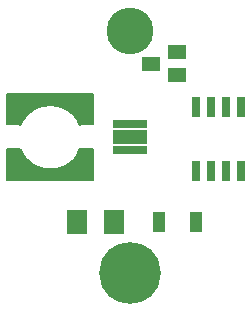
<source format=gts>
G75*
%MOIN*%
%OFA0B0*%
%FSLAX25Y25*%
%IPPOS*%
%LPD*%
%AMOC8*
5,1,8,0,0,1.08239X$1,22.5*
%
%ADD10R,0.05600X0.05600*%
%ADD11C,0.00500*%
%ADD12C,0.00160*%
%ADD13R,0.11624X0.02765*%
%ADD14R,0.11624X0.04537*%
%ADD15R,0.06112X0.04537*%
%ADD16R,0.04143X0.06899*%
%ADD17R,0.02765X0.06506*%
%ADD18R,0.06899X0.08080*%
%ADD19C,0.15600*%
%ADD20C,0.20600*%
D10*
X0113162Y0047189D03*
X0113162Y0070811D03*
D11*
X0086981Y0054866D02*
X0086981Y0044630D01*
X0115721Y0044630D01*
X0115721Y0054866D01*
X0111194Y0054866D01*
X0110872Y0053583D01*
X0110344Y0052371D01*
X0109624Y0051261D01*
X0108732Y0050284D01*
X0107692Y0049467D01*
X0106532Y0048832D01*
X0105283Y0048396D01*
X0103980Y0048170D01*
X0102657Y0048162D01*
X0101351Y0048370D01*
X0100053Y0048209D01*
X0098745Y0048253D01*
X0097460Y0048501D01*
X0096230Y0048947D01*
X0095085Y0049580D01*
X0094053Y0050384D01*
X0093159Y0051340D01*
X0092426Y0052424D01*
X0091871Y0053609D01*
X0091509Y0054866D01*
X0086981Y0054866D01*
X0086981Y0054841D02*
X0091516Y0054841D01*
X0091660Y0054342D02*
X0086981Y0054342D01*
X0086981Y0053844D02*
X0091803Y0053844D01*
X0091995Y0053345D02*
X0086981Y0053345D01*
X0086981Y0052847D02*
X0092228Y0052847D01*
X0092477Y0052348D02*
X0086981Y0052348D01*
X0086981Y0051850D02*
X0092814Y0051850D01*
X0093151Y0051351D02*
X0086981Y0051351D01*
X0086981Y0050853D02*
X0093614Y0050853D01*
X0094091Y0050354D02*
X0086981Y0050354D01*
X0086981Y0049856D02*
X0094731Y0049856D01*
X0095488Y0049357D02*
X0086981Y0049357D01*
X0086981Y0048859D02*
X0096473Y0048859D01*
X0098190Y0048360D02*
X0086981Y0048360D01*
X0086981Y0047862D02*
X0115721Y0047862D01*
X0115721Y0048360D02*
X0105076Y0048360D01*
X0106580Y0048859D02*
X0115721Y0048859D01*
X0115721Y0049357D02*
X0107490Y0049357D01*
X0108186Y0049856D02*
X0115721Y0049856D01*
X0115721Y0050354D02*
X0108796Y0050354D01*
X0109251Y0050853D02*
X0115721Y0050853D01*
X0115721Y0051351D02*
X0109683Y0051351D01*
X0110006Y0051850D02*
X0115721Y0051850D01*
X0115721Y0052348D02*
X0110329Y0052348D01*
X0110551Y0052847D02*
X0115721Y0052847D01*
X0115721Y0053345D02*
X0110768Y0053345D01*
X0110937Y0053844D02*
X0115721Y0053844D01*
X0115721Y0054342D02*
X0111062Y0054342D01*
X0111188Y0054841D02*
X0115721Y0054841D01*
X0115721Y0047363D02*
X0086981Y0047363D01*
X0086981Y0046865D02*
X0115721Y0046865D01*
X0115721Y0046366D02*
X0086981Y0046366D01*
X0086981Y0045868D02*
X0115721Y0045868D01*
X0115721Y0045369D02*
X0086981Y0045369D01*
X0086981Y0044870D02*
X0115721Y0044870D01*
X0101414Y0048360D02*
X0101271Y0048360D01*
X0091509Y0063134D02*
X0086981Y0063134D01*
X0086981Y0073370D01*
X0115721Y0073370D01*
X0115721Y0063134D01*
X0111194Y0063134D01*
X0110832Y0064391D01*
X0110277Y0065576D01*
X0109544Y0066660D01*
X0108650Y0067616D01*
X0107618Y0068420D01*
X0106473Y0069053D01*
X0105243Y0069499D01*
X0103958Y0069747D01*
X0102650Y0069791D01*
X0101351Y0069630D01*
X0100045Y0069838D01*
X0098723Y0069830D01*
X0097419Y0069604D01*
X0096171Y0069168D01*
X0095011Y0068533D01*
X0093971Y0067716D01*
X0093078Y0066739D01*
X0092359Y0065629D01*
X0091831Y0064417D01*
X0091509Y0063134D01*
X0091554Y0063315D02*
X0086981Y0063315D01*
X0086981Y0063814D02*
X0091680Y0063814D01*
X0091805Y0064312D02*
X0086981Y0064312D01*
X0086981Y0064811D02*
X0092002Y0064811D01*
X0092219Y0065309D02*
X0086981Y0065309D01*
X0086981Y0065808D02*
X0092475Y0065808D01*
X0092798Y0066306D02*
X0086981Y0066306D01*
X0086981Y0066805D02*
X0093139Y0066805D01*
X0093594Y0067303D02*
X0086981Y0067303D01*
X0086981Y0067802D02*
X0094081Y0067802D01*
X0094715Y0068301D02*
X0086981Y0068301D01*
X0086981Y0068799D02*
X0095497Y0068799D01*
X0096542Y0069298D02*
X0086981Y0069298D01*
X0086981Y0069796D02*
X0098529Y0069796D01*
X0100310Y0069796D02*
X0115721Y0069796D01*
X0115721Y0069298D02*
X0105799Y0069298D01*
X0106933Y0068799D02*
X0115721Y0068799D01*
X0115721Y0068301D02*
X0107772Y0068301D01*
X0108412Y0067802D02*
X0115721Y0067802D01*
X0115721Y0067303D02*
X0108942Y0067303D01*
X0109409Y0066805D02*
X0115721Y0066805D01*
X0115721Y0066306D02*
X0109783Y0066306D01*
X0110120Y0065808D02*
X0115721Y0065808D01*
X0115721Y0065309D02*
X0110402Y0065309D01*
X0110635Y0064811D02*
X0115721Y0064811D01*
X0115721Y0064312D02*
X0110854Y0064312D01*
X0110998Y0063814D02*
X0115721Y0063814D01*
X0115721Y0063315D02*
X0111142Y0063315D01*
X0115721Y0070295D02*
X0086981Y0070295D01*
X0086981Y0070793D02*
X0115721Y0070793D01*
X0115721Y0071292D02*
X0086981Y0071292D01*
X0086981Y0071790D02*
X0115721Y0071790D01*
X0115721Y0072289D02*
X0086981Y0072289D01*
X0086981Y0072787D02*
X0115721Y0072787D01*
X0115721Y0073286D02*
X0086981Y0073286D01*
D12*
X0090247Y0054357D02*
X0091574Y0054915D01*
X0091679Y0054677D01*
X0091791Y0054442D01*
X0091907Y0054210D01*
X0092030Y0053981D01*
X0092158Y0053755D01*
X0092292Y0053532D01*
X0092431Y0053312D01*
X0092575Y0053096D01*
X0092725Y0052883D01*
X0092879Y0052674D01*
X0093039Y0052469D01*
X0093204Y0052268D01*
X0093373Y0052071D01*
X0093547Y0051878D01*
X0093726Y0051690D01*
X0093910Y0051506D01*
X0094098Y0051326D01*
X0094290Y0051151D01*
X0094487Y0050981D01*
X0094687Y0050816D01*
X0094892Y0050655D01*
X0095100Y0050500D01*
X0095312Y0050350D01*
X0095528Y0050204D01*
X0095747Y0050065D01*
X0095969Y0049930D01*
X0096195Y0049802D01*
X0096424Y0049678D01*
X0096656Y0049560D01*
X0096890Y0049448D01*
X0097127Y0049342D01*
X0097367Y0049242D01*
X0097609Y0049147D01*
X0097854Y0049058D01*
X0098100Y0048976D01*
X0098348Y0048899D01*
X0098599Y0048829D01*
X0098850Y0048764D01*
X0099104Y0048706D01*
X0099358Y0048654D01*
X0099614Y0048608D01*
X0099871Y0048568D01*
X0100129Y0048535D01*
X0100388Y0048508D01*
X0100647Y0048487D01*
X0100906Y0048473D01*
X0101166Y0048465D01*
X0101426Y0048463D01*
X0101686Y0048468D01*
X0101945Y0048479D01*
X0102205Y0048496D01*
X0102464Y0048520D01*
X0102722Y0048550D01*
X0102979Y0048586D01*
X0103236Y0048628D01*
X0103491Y0048677D01*
X0103745Y0048732D01*
X0103998Y0048793D01*
X0104249Y0048860D01*
X0104498Y0048934D01*
X0104746Y0049013D01*
X0104991Y0049099D01*
X0105234Y0049190D01*
X0105476Y0049287D01*
X0105714Y0049390D01*
X0105950Y0049499D01*
X0106183Y0049614D01*
X0106414Y0049734D01*
X0106641Y0049860D01*
X0106865Y0049992D01*
X0107086Y0050128D01*
X0107304Y0050271D01*
X0107518Y0050418D01*
X0107728Y0050571D01*
X0107935Y0050728D01*
X0108138Y0050891D01*
X0108336Y0051059D01*
X0108531Y0051231D01*
X0108721Y0051408D01*
X0108907Y0051590D01*
X0109089Y0051776D01*
X0109265Y0051967D01*
X0109438Y0052161D01*
X0109605Y0052360D01*
X0109767Y0052563D01*
X0109925Y0052770D01*
X0110077Y0052981D01*
X0110224Y0053195D01*
X0110366Y0053413D01*
X0110502Y0053634D01*
X0110634Y0053858D01*
X0110759Y0054086D01*
X0110879Y0054317D01*
X0110993Y0054550D01*
X0111102Y0054786D01*
X0111205Y0055025D01*
X0112538Y0054482D01*
X0112422Y0054210D01*
X0112299Y0053942D01*
X0112169Y0053677D01*
X0112033Y0053415D01*
X0111891Y0053156D01*
X0111742Y0052901D01*
X0111587Y0052649D01*
X0111426Y0052402D01*
X0111259Y0052158D01*
X0111086Y0051919D01*
X0110908Y0051684D01*
X0110723Y0051453D01*
X0110533Y0051227D01*
X0110338Y0051006D01*
X0110137Y0050789D01*
X0109931Y0050578D01*
X0109720Y0050371D01*
X0109504Y0050170D01*
X0109283Y0049974D01*
X0109058Y0049783D01*
X0108828Y0049598D01*
X0108593Y0049419D01*
X0108354Y0049246D01*
X0108111Y0049078D01*
X0107864Y0048916D01*
X0107613Y0048761D01*
X0107358Y0048611D01*
X0107100Y0048468D01*
X0106838Y0048331D01*
X0106573Y0048201D01*
X0106305Y0048077D01*
X0106034Y0047960D01*
X0105760Y0047849D01*
X0105484Y0047745D01*
X0105205Y0047648D01*
X0104924Y0047558D01*
X0104641Y0047475D01*
X0104356Y0047398D01*
X0104069Y0047329D01*
X0103780Y0047266D01*
X0103490Y0047211D01*
X0103199Y0047163D01*
X0102906Y0047121D01*
X0102613Y0047087D01*
X0102319Y0047061D01*
X0102024Y0047041D01*
X0101729Y0047028D01*
X0101434Y0047023D01*
X0101139Y0047025D01*
X0100844Y0047034D01*
X0100549Y0047051D01*
X0100254Y0047074D01*
X0099961Y0047105D01*
X0099668Y0047143D01*
X0099376Y0047188D01*
X0099085Y0047240D01*
X0098796Y0047299D01*
X0098508Y0047365D01*
X0098222Y0047439D01*
X0097938Y0047519D01*
X0097656Y0047606D01*
X0097376Y0047700D01*
X0097099Y0047801D01*
X0096824Y0047908D01*
X0096551Y0048022D01*
X0096282Y0048143D01*
X0096015Y0048271D01*
X0095752Y0048404D01*
X0095492Y0048545D01*
X0095236Y0048691D01*
X0094983Y0048844D01*
X0094734Y0049003D01*
X0094489Y0049168D01*
X0094249Y0049338D01*
X0094012Y0049515D01*
X0093780Y0049697D01*
X0093552Y0049885D01*
X0093329Y0050079D01*
X0093111Y0050278D01*
X0092897Y0050482D01*
X0092689Y0050691D01*
X0092486Y0050905D01*
X0092288Y0051125D01*
X0092096Y0051349D01*
X0091909Y0051577D01*
X0091727Y0051810D01*
X0091552Y0052048D01*
X0091382Y0052289D01*
X0091218Y0052535D01*
X0091061Y0052785D01*
X0090909Y0053038D01*
X0090764Y0053295D01*
X0090625Y0053556D01*
X0090492Y0053819D01*
X0090366Y0054086D01*
X0090246Y0054356D01*
X0090386Y0054415D01*
X0090504Y0054148D01*
X0090628Y0053885D01*
X0090759Y0053624D01*
X0090897Y0053367D01*
X0091040Y0053113D01*
X0091190Y0052863D01*
X0091345Y0052616D01*
X0091507Y0052374D01*
X0091675Y0052135D01*
X0091848Y0051901D01*
X0092027Y0051671D01*
X0092212Y0051445D01*
X0092402Y0051224D01*
X0092597Y0051007D01*
X0092798Y0050796D01*
X0093003Y0050589D01*
X0093214Y0050388D01*
X0093430Y0050191D01*
X0093650Y0050000D01*
X0093875Y0049815D01*
X0094104Y0049635D01*
X0094338Y0049460D01*
X0094576Y0049292D01*
X0094818Y0049129D01*
X0095063Y0048972D01*
X0095313Y0048821D01*
X0095566Y0048676D01*
X0095823Y0048538D01*
X0096083Y0048406D01*
X0096346Y0048280D01*
X0096612Y0048161D01*
X0096881Y0048048D01*
X0097152Y0047942D01*
X0097426Y0047842D01*
X0097703Y0047750D01*
X0097981Y0047664D01*
X0098262Y0047584D01*
X0098544Y0047512D01*
X0098828Y0047447D01*
X0099114Y0047388D01*
X0099401Y0047337D01*
X0099689Y0047292D01*
X0099978Y0047255D01*
X0100268Y0047225D01*
X0100559Y0047201D01*
X0100850Y0047185D01*
X0101142Y0047176D01*
X0101433Y0047174D01*
X0101725Y0047179D01*
X0102016Y0047192D01*
X0102307Y0047211D01*
X0102597Y0047238D01*
X0102887Y0047271D01*
X0103176Y0047312D01*
X0103463Y0047360D01*
X0103750Y0047414D01*
X0104035Y0047476D01*
X0104318Y0047544D01*
X0104600Y0047620D01*
X0104879Y0047702D01*
X0105157Y0047791D01*
X0105432Y0047887D01*
X0105705Y0047990D01*
X0105976Y0048099D01*
X0106243Y0048215D01*
X0106508Y0048337D01*
X0106769Y0048466D01*
X0107028Y0048601D01*
X0107283Y0048742D01*
X0107534Y0048890D01*
X0107782Y0049043D01*
X0108026Y0049203D01*
X0108266Y0049368D01*
X0108502Y0049540D01*
X0108734Y0049717D01*
X0108961Y0049899D01*
X0109184Y0050088D01*
X0109402Y0050281D01*
X0109615Y0050480D01*
X0109824Y0050684D01*
X0110027Y0050893D01*
X0110225Y0051106D01*
X0110418Y0051325D01*
X0110606Y0051548D01*
X0110788Y0051776D01*
X0110964Y0052008D01*
X0111135Y0052245D01*
X0111300Y0052485D01*
X0111459Y0052729D01*
X0111612Y0052978D01*
X0111759Y0053230D01*
X0111899Y0053485D01*
X0112034Y0053744D01*
X0112162Y0054006D01*
X0112283Y0054271D01*
X0112399Y0054539D01*
X0112259Y0054596D01*
X0112145Y0054331D01*
X0112025Y0054069D01*
X0111899Y0053811D01*
X0111766Y0053555D01*
X0111627Y0053303D01*
X0111482Y0053055D01*
X0111331Y0052810D01*
X0111174Y0052568D01*
X0111011Y0052331D01*
X0110843Y0052097D01*
X0110668Y0051868D01*
X0110489Y0051643D01*
X0110303Y0051423D01*
X0110113Y0051207D01*
X0109917Y0050996D01*
X0109716Y0050790D01*
X0109511Y0050589D01*
X0109300Y0050392D01*
X0109085Y0050201D01*
X0108865Y0050016D01*
X0108640Y0049835D01*
X0108412Y0049661D01*
X0108179Y0049491D01*
X0107942Y0049328D01*
X0107701Y0049170D01*
X0107456Y0049019D01*
X0107208Y0048873D01*
X0106956Y0048734D01*
X0106701Y0048600D01*
X0106443Y0048473D01*
X0106181Y0048353D01*
X0105917Y0048238D01*
X0105650Y0048131D01*
X0105381Y0048029D01*
X0105109Y0047935D01*
X0104835Y0047847D01*
X0104559Y0047765D01*
X0104280Y0047691D01*
X0104001Y0047623D01*
X0103719Y0047562D01*
X0103437Y0047508D01*
X0103153Y0047461D01*
X0102868Y0047421D01*
X0102582Y0047388D01*
X0102295Y0047362D01*
X0102008Y0047342D01*
X0101720Y0047330D01*
X0101432Y0047325D01*
X0101144Y0047327D01*
X0100857Y0047336D01*
X0100569Y0047352D01*
X0100282Y0047375D01*
X0099996Y0047405D01*
X0099711Y0047442D01*
X0099426Y0047486D01*
X0099143Y0047536D01*
X0098861Y0047594D01*
X0098580Y0047659D01*
X0098301Y0047730D01*
X0098024Y0047808D01*
X0097749Y0047893D01*
X0097476Y0047985D01*
X0097206Y0048083D01*
X0096938Y0048188D01*
X0096672Y0048299D01*
X0096409Y0048417D01*
X0096150Y0048541D01*
X0095893Y0048672D01*
X0095640Y0048808D01*
X0095390Y0048951D01*
X0095143Y0049100D01*
X0094901Y0049255D01*
X0094662Y0049415D01*
X0094427Y0049582D01*
X0094196Y0049754D01*
X0093970Y0049932D01*
X0093748Y0050115D01*
X0093530Y0050304D01*
X0093318Y0050498D01*
X0093110Y0050697D01*
X0092907Y0050901D01*
X0092708Y0051109D01*
X0092516Y0051323D01*
X0092328Y0051541D01*
X0092146Y0051764D01*
X0091969Y0051991D01*
X0091798Y0052223D01*
X0091632Y0052458D01*
X0091473Y0052698D01*
X0091319Y0052941D01*
X0091171Y0053188D01*
X0091029Y0053439D01*
X0090894Y0053693D01*
X0090764Y0053950D01*
X0090641Y0054210D01*
X0090525Y0054473D01*
X0090664Y0054532D01*
X0090779Y0054272D01*
X0090901Y0054015D01*
X0091028Y0053761D01*
X0091162Y0053511D01*
X0091302Y0053263D01*
X0091448Y0053020D01*
X0091600Y0052779D01*
X0091757Y0052543D01*
X0091921Y0052310D01*
X0092090Y0052082D01*
X0092264Y0051858D01*
X0092444Y0051638D01*
X0092629Y0051422D01*
X0092820Y0051211D01*
X0093015Y0051005D01*
X0093216Y0050804D01*
X0093421Y0050608D01*
X0093631Y0050416D01*
X0093846Y0050230D01*
X0094065Y0050049D01*
X0094289Y0049874D01*
X0094516Y0049704D01*
X0094748Y0049539D01*
X0094984Y0049381D01*
X0095224Y0049228D01*
X0095467Y0049081D01*
X0095713Y0048940D01*
X0095964Y0048805D01*
X0096217Y0048676D01*
X0096473Y0048554D01*
X0096733Y0048438D01*
X0096995Y0048328D01*
X0097259Y0048224D01*
X0097526Y0048127D01*
X0097796Y0048037D01*
X0098067Y0047953D01*
X0098341Y0047876D01*
X0098616Y0047805D01*
X0098893Y0047742D01*
X0099171Y0047685D01*
X0099451Y0047635D01*
X0099732Y0047591D01*
X0100014Y0047555D01*
X0100296Y0047525D01*
X0100580Y0047503D01*
X0100863Y0047487D01*
X0101147Y0047478D01*
X0101431Y0047476D01*
X0101716Y0047481D01*
X0101999Y0047493D01*
X0102283Y0047512D01*
X0102566Y0047538D01*
X0102848Y0047571D01*
X0103130Y0047610D01*
X0103410Y0047657D01*
X0103689Y0047710D01*
X0103967Y0047770D01*
X0104243Y0047837D01*
X0104517Y0047911D01*
X0104790Y0047991D01*
X0105061Y0048078D01*
X0105329Y0048171D01*
X0105595Y0048271D01*
X0105858Y0048378D01*
X0106119Y0048490D01*
X0106377Y0048609D01*
X0106632Y0048735D01*
X0106884Y0048866D01*
X0107133Y0049004D01*
X0107378Y0049148D01*
X0107619Y0049298D01*
X0107857Y0049453D01*
X0108091Y0049614D01*
X0108321Y0049781D01*
X0108547Y0049954D01*
X0108768Y0050132D01*
X0108985Y0050315D01*
X0109198Y0050504D01*
X0109406Y0050697D01*
X0109609Y0050896D01*
X0109807Y0051100D01*
X0110001Y0051308D01*
X0110189Y0051521D01*
X0110371Y0051739D01*
X0110549Y0051960D01*
X0110721Y0052187D01*
X0110887Y0052417D01*
X0111048Y0052651D01*
X0111203Y0052890D01*
X0111352Y0053131D01*
X0111495Y0053377D01*
X0111632Y0053626D01*
X0111763Y0053878D01*
X0111888Y0054133D01*
X0112007Y0054391D01*
X0112119Y0054653D01*
X0111979Y0054710D01*
X0111868Y0054452D01*
X0111751Y0054197D01*
X0111628Y0053945D01*
X0111499Y0053696D01*
X0111363Y0053451D01*
X0111222Y0053208D01*
X0111075Y0052970D01*
X0110922Y0052735D01*
X0110763Y0052503D01*
X0110599Y0052276D01*
X0110429Y0052053D01*
X0110254Y0051834D01*
X0110074Y0051619D01*
X0109888Y0051409D01*
X0109697Y0051203D01*
X0109502Y0051002D01*
X0109301Y0050806D01*
X0109096Y0050615D01*
X0108886Y0050429D01*
X0108672Y0050248D01*
X0108453Y0050072D01*
X0108230Y0049902D01*
X0108003Y0049737D01*
X0107772Y0049578D01*
X0107538Y0049425D01*
X0107299Y0049277D01*
X0107057Y0049135D01*
X0106812Y0048999D01*
X0106563Y0048869D01*
X0106312Y0048746D01*
X0106057Y0048628D01*
X0105800Y0048517D01*
X0105540Y0048412D01*
X0105277Y0048313D01*
X0105012Y0048221D01*
X0104745Y0048135D01*
X0104476Y0048056D01*
X0104205Y0047983D01*
X0103933Y0047917D01*
X0103659Y0047858D01*
X0103383Y0047805D01*
X0103107Y0047760D01*
X0102829Y0047720D01*
X0102550Y0047688D01*
X0102271Y0047663D01*
X0101991Y0047644D01*
X0101711Y0047632D01*
X0101431Y0047627D01*
X0101150Y0047629D01*
X0100870Y0047638D01*
X0100590Y0047653D01*
X0100310Y0047676D01*
X0100031Y0047705D01*
X0099753Y0047741D01*
X0099476Y0047783D01*
X0099200Y0047833D01*
X0098925Y0047889D01*
X0098652Y0047952D01*
X0098380Y0048022D01*
X0098110Y0048098D01*
X0097842Y0048181D01*
X0097576Y0048270D01*
X0097313Y0048365D01*
X0097052Y0048468D01*
X0096793Y0048576D01*
X0096537Y0048691D01*
X0096284Y0048812D01*
X0096034Y0048939D01*
X0095787Y0049072D01*
X0095544Y0049211D01*
X0095304Y0049356D01*
X0095067Y0049507D01*
X0094834Y0049663D01*
X0094606Y0049826D01*
X0094381Y0049993D01*
X0094160Y0050166D01*
X0093944Y0050345D01*
X0093732Y0050529D01*
X0093525Y0050717D01*
X0093322Y0050911D01*
X0093124Y0051110D01*
X0092931Y0051313D01*
X0092743Y0051522D01*
X0092560Y0051734D01*
X0092383Y0051951D01*
X0092210Y0052173D01*
X0092044Y0052398D01*
X0091882Y0052628D01*
X0091727Y0052861D01*
X0091577Y0053098D01*
X0091433Y0053339D01*
X0091295Y0053583D01*
X0091163Y0053830D01*
X0091037Y0054081D01*
X0090917Y0054334D01*
X0090803Y0054591D01*
X0090942Y0054649D01*
X0091055Y0054396D01*
X0091173Y0054146D01*
X0091297Y0053899D01*
X0091428Y0053655D01*
X0091564Y0053414D01*
X0091706Y0053176D01*
X0091854Y0052942D01*
X0092008Y0052712D01*
X0092167Y0052486D01*
X0092331Y0052263D01*
X0092501Y0052045D01*
X0092677Y0051831D01*
X0092857Y0051621D01*
X0093042Y0051415D01*
X0093233Y0051215D01*
X0093428Y0051019D01*
X0093628Y0050827D01*
X0093833Y0050641D01*
X0094042Y0050460D01*
X0094255Y0050284D01*
X0094473Y0050113D01*
X0094695Y0049947D01*
X0094921Y0049787D01*
X0095150Y0049633D01*
X0095384Y0049484D01*
X0095621Y0049341D01*
X0095861Y0049204D01*
X0096104Y0049072D01*
X0096351Y0048947D01*
X0096601Y0048828D01*
X0096853Y0048714D01*
X0097109Y0048607D01*
X0097366Y0048507D01*
X0097626Y0048412D01*
X0097889Y0048324D01*
X0098153Y0048243D01*
X0098420Y0048167D01*
X0098688Y0048099D01*
X0098957Y0048037D01*
X0099229Y0047981D01*
X0099501Y0047932D01*
X0099774Y0047890D01*
X0100049Y0047855D01*
X0100324Y0047826D01*
X0100600Y0047804D01*
X0100876Y0047789D01*
X0101153Y0047780D01*
X0101430Y0047778D01*
X0101706Y0047783D01*
X0101983Y0047795D01*
X0102259Y0047813D01*
X0102535Y0047838D01*
X0102810Y0047870D01*
X0103084Y0047909D01*
X0103357Y0047954D01*
X0103628Y0048006D01*
X0103899Y0048064D01*
X0104168Y0048130D01*
X0104435Y0048201D01*
X0104701Y0048279D01*
X0104964Y0048364D01*
X0105226Y0048455D01*
X0105485Y0048552D01*
X0105741Y0048656D01*
X0105995Y0048766D01*
X0106246Y0048882D01*
X0106495Y0049004D01*
X0106740Y0049132D01*
X0106982Y0049266D01*
X0107221Y0049406D01*
X0107456Y0049552D01*
X0107688Y0049703D01*
X0107916Y0049860D01*
X0108140Y0050023D01*
X0108360Y0050191D01*
X0108575Y0050364D01*
X0108787Y0050543D01*
X0108994Y0050726D01*
X0109196Y0050915D01*
X0109394Y0051108D01*
X0109587Y0051307D01*
X0109776Y0051509D01*
X0109959Y0051717D01*
X0110137Y0051929D01*
X0110310Y0052145D01*
X0110477Y0052365D01*
X0110639Y0052590D01*
X0110796Y0052818D01*
X0110947Y0053050D01*
X0111092Y0053285D01*
X0111232Y0053524D01*
X0111365Y0053767D01*
X0111493Y0054012D01*
X0111614Y0054261D01*
X0111730Y0054512D01*
X0111839Y0054766D01*
X0111699Y0054823D01*
X0111591Y0054573D01*
X0111477Y0054325D01*
X0111357Y0054079D01*
X0111232Y0053837D01*
X0111100Y0053598D01*
X0110962Y0053362D01*
X0110819Y0053130D01*
X0110670Y0052901D01*
X0110515Y0052676D01*
X0110355Y0052454D01*
X0110190Y0052237D01*
X0110020Y0052024D01*
X0109844Y0051815D01*
X0109663Y0051610D01*
X0109477Y0051410D01*
X0109287Y0051214D01*
X0109092Y0051024D01*
X0108892Y0050838D01*
X0108688Y0050656D01*
X0108479Y0050480D01*
X0108266Y0050309D01*
X0108049Y0050144D01*
X0107828Y0049983D01*
X0107603Y0049828D01*
X0107375Y0049679D01*
X0107143Y0049535D01*
X0106907Y0049397D01*
X0106668Y0049265D01*
X0106426Y0049138D01*
X0106181Y0049018D01*
X0105933Y0048903D01*
X0105683Y0048795D01*
X0105429Y0048693D01*
X0105174Y0048597D01*
X0104916Y0048507D01*
X0104656Y0048424D01*
X0104394Y0048346D01*
X0104130Y0048276D01*
X0103865Y0048212D01*
X0103598Y0048154D01*
X0103330Y0048103D01*
X0103061Y0048058D01*
X0102790Y0048020D01*
X0102519Y0047989D01*
X0102247Y0047964D01*
X0101975Y0047946D01*
X0101702Y0047934D01*
X0101429Y0047929D01*
X0101156Y0047931D01*
X0100883Y0047939D01*
X0100610Y0047955D01*
X0100338Y0047976D01*
X0100067Y0048005D01*
X0099796Y0048040D01*
X0099526Y0048081D01*
X0099257Y0048129D01*
X0098990Y0048184D01*
X0098724Y0048245D01*
X0098459Y0048313D01*
X0098196Y0048387D01*
X0097935Y0048468D01*
X0097677Y0048555D01*
X0097420Y0048648D01*
X0097166Y0048747D01*
X0096914Y0048853D01*
X0096665Y0048964D01*
X0096418Y0049082D01*
X0096175Y0049206D01*
X0095935Y0049335D01*
X0095697Y0049471D01*
X0095464Y0049612D01*
X0095234Y0049759D01*
X0095007Y0049911D01*
X0094784Y0050069D01*
X0094565Y0050232D01*
X0094351Y0050401D01*
X0094140Y0050575D01*
X0093934Y0050753D01*
X0093732Y0050937D01*
X0093534Y0051126D01*
X0093342Y0051319D01*
X0093154Y0051518D01*
X0092971Y0051720D01*
X0092793Y0051927D01*
X0092620Y0052138D01*
X0092452Y0052354D01*
X0092290Y0052573D01*
X0092133Y0052797D01*
X0091981Y0053024D01*
X0091835Y0053255D01*
X0091695Y0053489D01*
X0091560Y0053727D01*
X0091432Y0053967D01*
X0091309Y0054211D01*
X0091192Y0054458D01*
X0091082Y0054708D01*
X0091221Y0054766D01*
X0091330Y0054520D01*
X0091445Y0054277D01*
X0091566Y0054036D01*
X0091693Y0053798D01*
X0091826Y0053564D01*
X0091964Y0053333D01*
X0092108Y0053105D01*
X0092258Y0052881D01*
X0092413Y0052661D01*
X0092573Y0052444D01*
X0092738Y0052232D01*
X0092909Y0052024D01*
X0093085Y0051819D01*
X0093265Y0051620D01*
X0093450Y0051424D01*
X0093641Y0051233D01*
X0093835Y0051047D01*
X0094034Y0050866D01*
X0094238Y0050690D01*
X0094446Y0050518D01*
X0094658Y0050352D01*
X0094874Y0050191D01*
X0095093Y0050035D01*
X0095317Y0049885D01*
X0095544Y0049740D01*
X0095774Y0049601D01*
X0096008Y0049467D01*
X0096245Y0049339D01*
X0096485Y0049217D01*
X0096728Y0049101D01*
X0096974Y0048991D01*
X0097223Y0048887D01*
X0097473Y0048789D01*
X0097727Y0048697D01*
X0097982Y0048611D01*
X0098239Y0048532D01*
X0098499Y0048459D01*
X0098759Y0048392D01*
X0099022Y0048332D01*
X0099286Y0048278D01*
X0099551Y0048230D01*
X0099817Y0048189D01*
X0100084Y0048155D01*
X0100352Y0048127D01*
X0100621Y0048105D01*
X0100889Y0048090D01*
X0101159Y0048082D01*
X0101428Y0048080D01*
X0101697Y0048085D01*
X0101966Y0048096D01*
X0102235Y0048114D01*
X0102503Y0048139D01*
X0102771Y0048170D01*
X0103038Y0048207D01*
X0103303Y0048251D01*
X0103568Y0048302D01*
X0103831Y0048359D01*
X0104093Y0048422D01*
X0104353Y0048492D01*
X0104611Y0048568D01*
X0104868Y0048650D01*
X0105122Y0048739D01*
X0105374Y0048833D01*
X0105624Y0048934D01*
X0105871Y0049041D01*
X0106116Y0049154D01*
X0106358Y0049273D01*
X0106596Y0049398D01*
X0106832Y0049528D01*
X0107064Y0049664D01*
X0107293Y0049806D01*
X0107519Y0049953D01*
X0107740Y0050106D01*
X0107958Y0050264D01*
X0108172Y0050428D01*
X0108382Y0050596D01*
X0108588Y0050770D01*
X0108790Y0050949D01*
X0108987Y0051132D01*
X0109180Y0051321D01*
X0109367Y0051514D01*
X0109551Y0051711D01*
X0109729Y0051913D01*
X0109902Y0052119D01*
X0110071Y0052329D01*
X0110234Y0052544D01*
X0110391Y0052762D01*
X0110544Y0052984D01*
X0110691Y0053210D01*
X0110832Y0053439D01*
X0110968Y0053672D01*
X0111098Y0053907D01*
X0111222Y0054146D01*
X0111341Y0054388D01*
X0111453Y0054633D01*
X0111560Y0054880D01*
X0111420Y0054937D01*
X0111315Y0054693D01*
X0111204Y0054452D01*
X0111087Y0054214D01*
X0110964Y0053978D01*
X0110836Y0053745D01*
X0110702Y0053516D01*
X0110563Y0053290D01*
X0110418Y0053067D01*
X0110267Y0052848D01*
X0110112Y0052633D01*
X0109951Y0052422D01*
X0109785Y0052214D01*
X0109614Y0052011D01*
X0109438Y0051812D01*
X0109258Y0051617D01*
X0109072Y0051427D01*
X0108882Y0051241D01*
X0108688Y0051060D01*
X0108489Y0050884D01*
X0108286Y0050713D01*
X0108079Y0050546D01*
X0107868Y0050385D01*
X0107653Y0050229D01*
X0107434Y0050078D01*
X0107212Y0049933D01*
X0106986Y0049793D01*
X0106757Y0049659D01*
X0106524Y0049530D01*
X0106289Y0049407D01*
X0106050Y0049290D01*
X0105809Y0049179D01*
X0105566Y0049073D01*
X0105319Y0048974D01*
X0105071Y0048881D01*
X0104820Y0048793D01*
X0104567Y0048712D01*
X0104312Y0048637D01*
X0104055Y0048568D01*
X0103797Y0048506D01*
X0103538Y0048450D01*
X0103277Y0048400D01*
X0103015Y0048357D01*
X0102752Y0048320D01*
X0102488Y0048289D01*
X0102223Y0048265D01*
X0101958Y0048247D01*
X0101693Y0048236D01*
X0101427Y0048231D01*
X0101162Y0048233D01*
X0100896Y0048241D01*
X0100631Y0048256D01*
X0100366Y0048277D01*
X0100102Y0048305D01*
X0099838Y0048339D01*
X0099576Y0048379D01*
X0099314Y0048426D01*
X0099054Y0048479D01*
X0098795Y0048539D01*
X0098538Y0048605D01*
X0098282Y0048677D01*
X0098029Y0048755D01*
X0097777Y0048840D01*
X0097527Y0048930D01*
X0097280Y0049027D01*
X0097035Y0049130D01*
X0096792Y0049238D01*
X0096553Y0049353D01*
X0096316Y0049473D01*
X0096082Y0049599D01*
X0095851Y0049731D01*
X0095624Y0049868D01*
X0095400Y0050011D01*
X0095180Y0050159D01*
X0094963Y0050313D01*
X0094750Y0050471D01*
X0094541Y0050635D01*
X0094336Y0050804D01*
X0094135Y0050978D01*
X0093939Y0051157D01*
X0093747Y0051341D01*
X0093559Y0051529D01*
X0093376Y0051722D01*
X0093198Y0051919D01*
X0093025Y0052120D01*
X0092857Y0052326D01*
X0092694Y0052535D01*
X0092536Y0052749D01*
X0092383Y0052966D01*
X0092235Y0053187D01*
X0092093Y0053411D01*
X0091957Y0053639D01*
X0091826Y0053870D01*
X0091701Y0054105D01*
X0091581Y0054342D01*
X0091468Y0054582D01*
X0091360Y0054825D01*
X0091499Y0054883D01*
X0091605Y0054644D01*
X0091717Y0054407D01*
X0091835Y0054173D01*
X0091959Y0053942D01*
X0092088Y0053714D01*
X0092222Y0053490D01*
X0092363Y0053268D01*
X0092508Y0053050D01*
X0092659Y0052836D01*
X0092814Y0052626D01*
X0092975Y0052419D01*
X0093141Y0052216D01*
X0093312Y0052018D01*
X0093488Y0051824D01*
X0093668Y0051634D01*
X0093853Y0051448D01*
X0094042Y0051267D01*
X0094236Y0051091D01*
X0094434Y0050919D01*
X0094636Y0050753D01*
X0094842Y0050591D01*
X0095052Y0050434D01*
X0095266Y0050283D01*
X0095483Y0050137D01*
X0095704Y0049996D01*
X0095928Y0049861D01*
X0096156Y0049731D01*
X0096386Y0049607D01*
X0096620Y0049488D01*
X0096856Y0049375D01*
X0097095Y0049268D01*
X0097337Y0049167D01*
X0097581Y0049071D01*
X0097827Y0048982D01*
X0098075Y0048899D01*
X0098325Y0048821D01*
X0098577Y0048750D01*
X0098831Y0048685D01*
X0099086Y0048627D01*
X0099343Y0048574D01*
X0099601Y0048528D01*
X0099860Y0048488D01*
X0100120Y0048455D01*
X0100380Y0048427D01*
X0100641Y0048406D01*
X0100903Y0048392D01*
X0101164Y0048384D01*
X0101426Y0048382D01*
X0101688Y0048387D01*
X0101950Y0048398D01*
X0102211Y0048415D01*
X0102472Y0048439D01*
X0102732Y0048469D01*
X0102992Y0048506D01*
X0103250Y0048549D01*
X0103507Y0048598D01*
X0103763Y0048653D01*
X0104018Y0048715D01*
X0104271Y0048782D01*
X0104522Y0048856D01*
X0104772Y0048936D01*
X0105019Y0049022D01*
X0105264Y0049115D01*
X0105507Y0049213D01*
X0105747Y0049317D01*
X0105985Y0049426D01*
X0106220Y0049542D01*
X0106452Y0049663D01*
X0106682Y0049790D01*
X0106907Y0049922D01*
X0107130Y0050060D01*
X0107349Y0050204D01*
X0107565Y0050352D01*
X0107777Y0050506D01*
X0107985Y0050665D01*
X0108190Y0050829D01*
X0108390Y0050998D01*
X0108586Y0051171D01*
X0108777Y0051350D01*
X0108965Y0051533D01*
X0109148Y0051721D01*
X0109326Y0051913D01*
X0109499Y0052109D01*
X0109668Y0052309D01*
X0109831Y0052514D01*
X0109990Y0052722D01*
X0110143Y0052934D01*
X0110292Y0053150D01*
X0110435Y0053370D01*
X0110572Y0053593D01*
X0110704Y0053819D01*
X0110831Y0054048D01*
X0110952Y0054281D01*
X0111067Y0054516D01*
X0111176Y0054754D01*
X0111280Y0054994D01*
X0112455Y0063643D02*
X0111128Y0063085D01*
X0111023Y0063323D01*
X0110911Y0063558D01*
X0110795Y0063790D01*
X0110672Y0064019D01*
X0110544Y0064245D01*
X0110410Y0064468D01*
X0110271Y0064688D01*
X0110127Y0064904D01*
X0109977Y0065117D01*
X0109823Y0065326D01*
X0109663Y0065531D01*
X0109498Y0065732D01*
X0109329Y0065929D01*
X0109155Y0066122D01*
X0108976Y0066310D01*
X0108792Y0066494D01*
X0108604Y0066674D01*
X0108412Y0066849D01*
X0108215Y0067019D01*
X0108015Y0067184D01*
X0107810Y0067345D01*
X0107602Y0067500D01*
X0107390Y0067650D01*
X0107174Y0067796D01*
X0106955Y0067935D01*
X0106733Y0068070D01*
X0106507Y0068198D01*
X0106278Y0068322D01*
X0106046Y0068440D01*
X0105812Y0068552D01*
X0105575Y0068658D01*
X0105335Y0068758D01*
X0105093Y0068853D01*
X0104848Y0068942D01*
X0104602Y0069024D01*
X0104354Y0069101D01*
X0104103Y0069171D01*
X0103852Y0069236D01*
X0103598Y0069294D01*
X0103344Y0069346D01*
X0103088Y0069392D01*
X0102831Y0069432D01*
X0102573Y0069465D01*
X0102314Y0069492D01*
X0102055Y0069513D01*
X0101796Y0069527D01*
X0101536Y0069535D01*
X0101276Y0069537D01*
X0101016Y0069532D01*
X0100757Y0069521D01*
X0100497Y0069504D01*
X0100238Y0069480D01*
X0099980Y0069450D01*
X0099723Y0069414D01*
X0099466Y0069372D01*
X0099211Y0069323D01*
X0098957Y0069268D01*
X0098704Y0069207D01*
X0098453Y0069140D01*
X0098204Y0069066D01*
X0097956Y0068987D01*
X0097711Y0068901D01*
X0097468Y0068810D01*
X0097226Y0068713D01*
X0096988Y0068610D01*
X0096752Y0068501D01*
X0096519Y0068386D01*
X0096288Y0068266D01*
X0096061Y0068140D01*
X0095837Y0068008D01*
X0095616Y0067872D01*
X0095398Y0067729D01*
X0095184Y0067582D01*
X0094974Y0067429D01*
X0094767Y0067272D01*
X0094564Y0067109D01*
X0094366Y0066941D01*
X0094171Y0066769D01*
X0093981Y0066592D01*
X0093795Y0066410D01*
X0093613Y0066224D01*
X0093437Y0066033D01*
X0093264Y0065839D01*
X0093097Y0065640D01*
X0092935Y0065437D01*
X0092777Y0065230D01*
X0092625Y0065019D01*
X0092478Y0064805D01*
X0092336Y0064587D01*
X0092200Y0064366D01*
X0092068Y0064142D01*
X0091943Y0063914D01*
X0091823Y0063683D01*
X0091709Y0063450D01*
X0091600Y0063214D01*
X0091497Y0062975D01*
X0090164Y0063518D01*
X0090280Y0063790D01*
X0090403Y0064058D01*
X0090533Y0064323D01*
X0090669Y0064585D01*
X0090811Y0064844D01*
X0090960Y0065099D01*
X0091115Y0065351D01*
X0091276Y0065598D01*
X0091443Y0065842D01*
X0091616Y0066081D01*
X0091794Y0066316D01*
X0091979Y0066547D01*
X0092169Y0066773D01*
X0092364Y0066994D01*
X0092565Y0067211D01*
X0092771Y0067422D01*
X0092982Y0067629D01*
X0093198Y0067830D01*
X0093419Y0068026D01*
X0093644Y0068217D01*
X0093874Y0068402D01*
X0094109Y0068581D01*
X0094348Y0068754D01*
X0094591Y0068922D01*
X0094838Y0069084D01*
X0095089Y0069239D01*
X0095344Y0069389D01*
X0095602Y0069532D01*
X0095864Y0069669D01*
X0096129Y0069799D01*
X0096397Y0069923D01*
X0096668Y0070040D01*
X0096942Y0070151D01*
X0097218Y0070255D01*
X0097497Y0070352D01*
X0097778Y0070442D01*
X0098061Y0070525D01*
X0098346Y0070602D01*
X0098633Y0070671D01*
X0098922Y0070734D01*
X0099212Y0070789D01*
X0099503Y0070837D01*
X0099796Y0070879D01*
X0100089Y0070913D01*
X0100383Y0070939D01*
X0100678Y0070959D01*
X0100973Y0070972D01*
X0101268Y0070977D01*
X0101563Y0070975D01*
X0101858Y0070966D01*
X0102153Y0070949D01*
X0102448Y0070926D01*
X0102741Y0070895D01*
X0103034Y0070857D01*
X0103326Y0070812D01*
X0103617Y0070760D01*
X0103906Y0070701D01*
X0104194Y0070635D01*
X0104480Y0070561D01*
X0104764Y0070481D01*
X0105046Y0070394D01*
X0105326Y0070300D01*
X0105603Y0070199D01*
X0105878Y0070092D01*
X0106151Y0069978D01*
X0106420Y0069857D01*
X0106687Y0069729D01*
X0106950Y0069596D01*
X0107210Y0069455D01*
X0107466Y0069309D01*
X0107719Y0069156D01*
X0107968Y0068997D01*
X0108213Y0068832D01*
X0108453Y0068662D01*
X0108690Y0068485D01*
X0108922Y0068303D01*
X0109150Y0068115D01*
X0109373Y0067921D01*
X0109591Y0067722D01*
X0109805Y0067518D01*
X0110013Y0067309D01*
X0110216Y0067095D01*
X0110414Y0066875D01*
X0110606Y0066651D01*
X0110793Y0066423D01*
X0110975Y0066190D01*
X0111150Y0065952D01*
X0111320Y0065711D01*
X0111484Y0065465D01*
X0111641Y0065215D01*
X0111793Y0064962D01*
X0111938Y0064705D01*
X0112077Y0064444D01*
X0112210Y0064181D01*
X0112336Y0063914D01*
X0112456Y0063644D01*
X0112316Y0063585D01*
X0112198Y0063852D01*
X0112074Y0064115D01*
X0111943Y0064376D01*
X0111805Y0064633D01*
X0111662Y0064887D01*
X0111512Y0065137D01*
X0111357Y0065384D01*
X0111195Y0065626D01*
X0111027Y0065865D01*
X0110854Y0066099D01*
X0110675Y0066329D01*
X0110490Y0066555D01*
X0110300Y0066776D01*
X0110105Y0066993D01*
X0109904Y0067204D01*
X0109699Y0067411D01*
X0109488Y0067612D01*
X0109272Y0067809D01*
X0109052Y0068000D01*
X0108827Y0068185D01*
X0108598Y0068365D01*
X0108364Y0068540D01*
X0108126Y0068708D01*
X0107884Y0068871D01*
X0107639Y0069028D01*
X0107389Y0069179D01*
X0107136Y0069324D01*
X0106879Y0069462D01*
X0106619Y0069594D01*
X0106356Y0069720D01*
X0106090Y0069839D01*
X0105821Y0069952D01*
X0105550Y0070058D01*
X0105276Y0070158D01*
X0104999Y0070250D01*
X0104721Y0070336D01*
X0104440Y0070416D01*
X0104158Y0070488D01*
X0103874Y0070553D01*
X0103588Y0070612D01*
X0103301Y0070663D01*
X0103013Y0070708D01*
X0102724Y0070745D01*
X0102434Y0070775D01*
X0102143Y0070799D01*
X0101852Y0070815D01*
X0101560Y0070824D01*
X0101269Y0070826D01*
X0100977Y0070821D01*
X0100686Y0070808D01*
X0100395Y0070789D01*
X0100105Y0070762D01*
X0099815Y0070729D01*
X0099526Y0070688D01*
X0099239Y0070640D01*
X0098952Y0070586D01*
X0098667Y0070524D01*
X0098384Y0070456D01*
X0098102Y0070380D01*
X0097823Y0070298D01*
X0097545Y0070209D01*
X0097270Y0070113D01*
X0096997Y0070010D01*
X0096726Y0069901D01*
X0096459Y0069785D01*
X0096194Y0069663D01*
X0095933Y0069534D01*
X0095674Y0069399D01*
X0095419Y0069258D01*
X0095168Y0069110D01*
X0094920Y0068957D01*
X0094676Y0068797D01*
X0094436Y0068632D01*
X0094200Y0068460D01*
X0093968Y0068283D01*
X0093741Y0068101D01*
X0093518Y0067912D01*
X0093300Y0067719D01*
X0093087Y0067520D01*
X0092878Y0067316D01*
X0092675Y0067107D01*
X0092477Y0066894D01*
X0092284Y0066675D01*
X0092096Y0066452D01*
X0091914Y0066224D01*
X0091738Y0065992D01*
X0091567Y0065755D01*
X0091402Y0065515D01*
X0091243Y0065271D01*
X0091090Y0065022D01*
X0090943Y0064770D01*
X0090803Y0064515D01*
X0090668Y0064256D01*
X0090540Y0063994D01*
X0090419Y0063729D01*
X0090303Y0063461D01*
X0090443Y0063404D01*
X0090557Y0063669D01*
X0090677Y0063931D01*
X0090803Y0064189D01*
X0090936Y0064445D01*
X0091075Y0064697D01*
X0091220Y0064945D01*
X0091371Y0065190D01*
X0091528Y0065432D01*
X0091691Y0065669D01*
X0091859Y0065903D01*
X0092034Y0066132D01*
X0092213Y0066357D01*
X0092399Y0066577D01*
X0092589Y0066793D01*
X0092785Y0067004D01*
X0092986Y0067210D01*
X0093191Y0067411D01*
X0093402Y0067608D01*
X0093617Y0067799D01*
X0093837Y0067984D01*
X0094062Y0068165D01*
X0094290Y0068339D01*
X0094523Y0068509D01*
X0094760Y0068672D01*
X0095001Y0068830D01*
X0095246Y0068981D01*
X0095494Y0069127D01*
X0095746Y0069266D01*
X0096001Y0069400D01*
X0096259Y0069527D01*
X0096521Y0069647D01*
X0096785Y0069762D01*
X0097052Y0069869D01*
X0097321Y0069971D01*
X0097593Y0070065D01*
X0097867Y0070153D01*
X0098143Y0070235D01*
X0098422Y0070309D01*
X0098701Y0070377D01*
X0098983Y0070438D01*
X0099265Y0070492D01*
X0099549Y0070539D01*
X0099834Y0070579D01*
X0100120Y0070612D01*
X0100407Y0070638D01*
X0100694Y0070658D01*
X0100982Y0070670D01*
X0101270Y0070675D01*
X0101558Y0070673D01*
X0101845Y0070664D01*
X0102133Y0070648D01*
X0102420Y0070625D01*
X0102706Y0070595D01*
X0102991Y0070558D01*
X0103276Y0070514D01*
X0103559Y0070464D01*
X0103841Y0070406D01*
X0104122Y0070341D01*
X0104401Y0070270D01*
X0104678Y0070192D01*
X0104953Y0070107D01*
X0105226Y0070015D01*
X0105496Y0069917D01*
X0105764Y0069812D01*
X0106030Y0069701D01*
X0106293Y0069583D01*
X0106552Y0069459D01*
X0106809Y0069328D01*
X0107062Y0069192D01*
X0107312Y0069049D01*
X0107559Y0068900D01*
X0107801Y0068745D01*
X0108040Y0068585D01*
X0108275Y0068418D01*
X0108506Y0068246D01*
X0108732Y0068068D01*
X0108954Y0067885D01*
X0109172Y0067696D01*
X0109384Y0067502D01*
X0109592Y0067303D01*
X0109795Y0067099D01*
X0109994Y0066891D01*
X0110186Y0066677D01*
X0110374Y0066459D01*
X0110556Y0066236D01*
X0110733Y0066009D01*
X0110904Y0065777D01*
X0111070Y0065542D01*
X0111229Y0065302D01*
X0111383Y0065059D01*
X0111531Y0064812D01*
X0111673Y0064561D01*
X0111808Y0064307D01*
X0111938Y0064050D01*
X0112061Y0063790D01*
X0112177Y0063527D01*
X0112038Y0063468D01*
X0111923Y0063728D01*
X0111801Y0063985D01*
X0111674Y0064239D01*
X0111540Y0064489D01*
X0111400Y0064737D01*
X0111254Y0064980D01*
X0111102Y0065221D01*
X0110945Y0065457D01*
X0110781Y0065690D01*
X0110612Y0065918D01*
X0110438Y0066142D01*
X0110258Y0066362D01*
X0110073Y0066578D01*
X0109882Y0066789D01*
X0109687Y0066995D01*
X0109486Y0067196D01*
X0109281Y0067392D01*
X0109071Y0067584D01*
X0108856Y0067770D01*
X0108637Y0067951D01*
X0108413Y0068126D01*
X0108186Y0068296D01*
X0107954Y0068461D01*
X0107718Y0068619D01*
X0107478Y0068772D01*
X0107235Y0068919D01*
X0106989Y0069060D01*
X0106738Y0069195D01*
X0106485Y0069324D01*
X0106229Y0069446D01*
X0105969Y0069562D01*
X0105707Y0069672D01*
X0105443Y0069776D01*
X0105176Y0069873D01*
X0104906Y0069963D01*
X0104635Y0070047D01*
X0104361Y0070124D01*
X0104086Y0070195D01*
X0103809Y0070258D01*
X0103531Y0070315D01*
X0103251Y0070365D01*
X0102970Y0070409D01*
X0102688Y0070445D01*
X0102406Y0070475D01*
X0102122Y0070497D01*
X0101839Y0070513D01*
X0101555Y0070522D01*
X0101271Y0070524D01*
X0100986Y0070519D01*
X0100703Y0070507D01*
X0100419Y0070488D01*
X0100136Y0070462D01*
X0099854Y0070429D01*
X0099572Y0070390D01*
X0099292Y0070343D01*
X0099013Y0070290D01*
X0098735Y0070230D01*
X0098459Y0070163D01*
X0098185Y0070089D01*
X0097912Y0070009D01*
X0097641Y0069922D01*
X0097373Y0069829D01*
X0097107Y0069729D01*
X0096844Y0069622D01*
X0096583Y0069510D01*
X0096325Y0069391D01*
X0096070Y0069265D01*
X0095818Y0069134D01*
X0095569Y0068996D01*
X0095324Y0068852D01*
X0095083Y0068702D01*
X0094845Y0068547D01*
X0094611Y0068386D01*
X0094381Y0068219D01*
X0094155Y0068046D01*
X0093934Y0067868D01*
X0093717Y0067685D01*
X0093504Y0067496D01*
X0093296Y0067303D01*
X0093093Y0067104D01*
X0092895Y0066900D01*
X0092701Y0066692D01*
X0092513Y0066479D01*
X0092331Y0066261D01*
X0092153Y0066040D01*
X0091981Y0065813D01*
X0091815Y0065583D01*
X0091654Y0065349D01*
X0091499Y0065110D01*
X0091350Y0064869D01*
X0091207Y0064623D01*
X0091070Y0064374D01*
X0090939Y0064122D01*
X0090814Y0063867D01*
X0090695Y0063609D01*
X0090583Y0063347D01*
X0090723Y0063290D01*
X0090834Y0063548D01*
X0090951Y0063803D01*
X0091074Y0064055D01*
X0091203Y0064304D01*
X0091339Y0064549D01*
X0091480Y0064792D01*
X0091627Y0065030D01*
X0091780Y0065265D01*
X0091939Y0065497D01*
X0092103Y0065724D01*
X0092273Y0065947D01*
X0092448Y0066166D01*
X0092628Y0066381D01*
X0092814Y0066591D01*
X0093005Y0066797D01*
X0093200Y0066998D01*
X0093401Y0067194D01*
X0093606Y0067385D01*
X0093816Y0067571D01*
X0094030Y0067752D01*
X0094249Y0067928D01*
X0094472Y0068098D01*
X0094699Y0068263D01*
X0094930Y0068422D01*
X0095164Y0068575D01*
X0095403Y0068723D01*
X0095645Y0068865D01*
X0095890Y0069001D01*
X0096139Y0069131D01*
X0096390Y0069254D01*
X0096645Y0069372D01*
X0096902Y0069483D01*
X0097162Y0069588D01*
X0097425Y0069687D01*
X0097690Y0069779D01*
X0097957Y0069865D01*
X0098226Y0069944D01*
X0098497Y0070017D01*
X0098769Y0070083D01*
X0099043Y0070142D01*
X0099319Y0070195D01*
X0099595Y0070240D01*
X0099873Y0070280D01*
X0100152Y0070312D01*
X0100431Y0070337D01*
X0100711Y0070356D01*
X0100991Y0070368D01*
X0101271Y0070373D01*
X0101552Y0070371D01*
X0101832Y0070362D01*
X0102112Y0070347D01*
X0102392Y0070324D01*
X0102671Y0070295D01*
X0102949Y0070259D01*
X0103226Y0070217D01*
X0103502Y0070167D01*
X0103777Y0070111D01*
X0104050Y0070048D01*
X0104322Y0069978D01*
X0104592Y0069902D01*
X0104860Y0069819D01*
X0105126Y0069730D01*
X0105389Y0069635D01*
X0105650Y0069532D01*
X0105909Y0069424D01*
X0106165Y0069309D01*
X0106418Y0069188D01*
X0106668Y0069061D01*
X0106915Y0068928D01*
X0107158Y0068789D01*
X0107398Y0068644D01*
X0107635Y0068493D01*
X0107868Y0068337D01*
X0108096Y0068174D01*
X0108321Y0068007D01*
X0108542Y0067834D01*
X0108758Y0067655D01*
X0108970Y0067471D01*
X0109177Y0067283D01*
X0109380Y0067089D01*
X0109578Y0066890D01*
X0109771Y0066687D01*
X0109959Y0066478D01*
X0110142Y0066266D01*
X0110319Y0066049D01*
X0110492Y0065827D01*
X0110658Y0065602D01*
X0110820Y0065372D01*
X0110975Y0065139D01*
X0111125Y0064902D01*
X0111269Y0064661D01*
X0111407Y0064417D01*
X0111539Y0064170D01*
X0111665Y0063919D01*
X0111785Y0063666D01*
X0111899Y0063409D01*
X0111760Y0063351D01*
X0111647Y0063604D01*
X0111529Y0063854D01*
X0111405Y0064101D01*
X0111274Y0064345D01*
X0111138Y0064586D01*
X0110996Y0064824D01*
X0110848Y0065058D01*
X0110694Y0065288D01*
X0110535Y0065514D01*
X0110371Y0065737D01*
X0110201Y0065955D01*
X0110025Y0066169D01*
X0109845Y0066379D01*
X0109660Y0066585D01*
X0109469Y0066785D01*
X0109274Y0066981D01*
X0109074Y0067173D01*
X0108869Y0067359D01*
X0108660Y0067540D01*
X0108447Y0067716D01*
X0108229Y0067887D01*
X0108007Y0068053D01*
X0107781Y0068213D01*
X0107552Y0068367D01*
X0107318Y0068516D01*
X0107081Y0068659D01*
X0106841Y0068796D01*
X0106598Y0068928D01*
X0106351Y0069053D01*
X0106101Y0069172D01*
X0105849Y0069286D01*
X0105593Y0069393D01*
X0105336Y0069493D01*
X0105076Y0069588D01*
X0104813Y0069676D01*
X0104549Y0069757D01*
X0104282Y0069833D01*
X0104014Y0069901D01*
X0103745Y0069963D01*
X0103473Y0070019D01*
X0103201Y0070068D01*
X0102928Y0070110D01*
X0102653Y0070145D01*
X0102378Y0070174D01*
X0102102Y0070196D01*
X0101826Y0070211D01*
X0101549Y0070220D01*
X0101272Y0070222D01*
X0100996Y0070217D01*
X0100719Y0070205D01*
X0100443Y0070187D01*
X0100167Y0070162D01*
X0099892Y0070130D01*
X0099618Y0070091D01*
X0099345Y0070046D01*
X0099074Y0069994D01*
X0098803Y0069936D01*
X0098534Y0069870D01*
X0098267Y0069799D01*
X0098001Y0069721D01*
X0097738Y0069636D01*
X0097476Y0069545D01*
X0097217Y0069448D01*
X0096961Y0069344D01*
X0096707Y0069234D01*
X0096456Y0069118D01*
X0096207Y0068996D01*
X0095962Y0068868D01*
X0095720Y0068734D01*
X0095481Y0068594D01*
X0095246Y0068448D01*
X0095014Y0068297D01*
X0094786Y0068140D01*
X0094562Y0067977D01*
X0094342Y0067809D01*
X0094127Y0067636D01*
X0093915Y0067457D01*
X0093708Y0067274D01*
X0093506Y0067085D01*
X0093308Y0066892D01*
X0093115Y0066693D01*
X0092926Y0066491D01*
X0092743Y0066283D01*
X0092565Y0066071D01*
X0092392Y0065855D01*
X0092225Y0065635D01*
X0092063Y0065410D01*
X0091906Y0065182D01*
X0091755Y0064950D01*
X0091610Y0064715D01*
X0091470Y0064476D01*
X0091337Y0064233D01*
X0091209Y0063988D01*
X0091088Y0063739D01*
X0090972Y0063488D01*
X0090863Y0063234D01*
X0091003Y0063177D01*
X0091111Y0063427D01*
X0091225Y0063675D01*
X0091345Y0063921D01*
X0091470Y0064163D01*
X0091602Y0064402D01*
X0091740Y0064638D01*
X0091883Y0064870D01*
X0092032Y0065099D01*
X0092187Y0065324D01*
X0092347Y0065546D01*
X0092512Y0065763D01*
X0092682Y0065976D01*
X0092858Y0066185D01*
X0093039Y0066390D01*
X0093225Y0066590D01*
X0093415Y0066786D01*
X0093610Y0066976D01*
X0093810Y0067162D01*
X0094014Y0067344D01*
X0094223Y0067520D01*
X0094436Y0067691D01*
X0094653Y0067856D01*
X0094874Y0068017D01*
X0095099Y0068172D01*
X0095327Y0068321D01*
X0095559Y0068465D01*
X0095795Y0068603D01*
X0096034Y0068735D01*
X0096276Y0068862D01*
X0096521Y0068982D01*
X0096769Y0069097D01*
X0097019Y0069205D01*
X0097273Y0069307D01*
X0097528Y0069403D01*
X0097786Y0069493D01*
X0098046Y0069576D01*
X0098308Y0069654D01*
X0098572Y0069724D01*
X0098837Y0069788D01*
X0099104Y0069846D01*
X0099372Y0069897D01*
X0099641Y0069942D01*
X0099912Y0069980D01*
X0100183Y0070011D01*
X0100455Y0070036D01*
X0100727Y0070054D01*
X0101000Y0070066D01*
X0101273Y0070071D01*
X0101546Y0070069D01*
X0101819Y0070061D01*
X0102092Y0070045D01*
X0102364Y0070024D01*
X0102635Y0069995D01*
X0102906Y0069960D01*
X0103176Y0069919D01*
X0103445Y0069871D01*
X0103712Y0069816D01*
X0103978Y0069755D01*
X0104243Y0069687D01*
X0104506Y0069613D01*
X0104767Y0069532D01*
X0105025Y0069445D01*
X0105282Y0069352D01*
X0105536Y0069253D01*
X0105788Y0069147D01*
X0106037Y0069036D01*
X0106284Y0068918D01*
X0106527Y0068794D01*
X0106767Y0068665D01*
X0107005Y0068529D01*
X0107238Y0068388D01*
X0107468Y0068241D01*
X0107695Y0068089D01*
X0107918Y0067931D01*
X0108137Y0067768D01*
X0108351Y0067599D01*
X0108562Y0067425D01*
X0108768Y0067247D01*
X0108970Y0067063D01*
X0109168Y0066874D01*
X0109360Y0066681D01*
X0109548Y0066482D01*
X0109731Y0066280D01*
X0109909Y0066073D01*
X0110082Y0065862D01*
X0110250Y0065646D01*
X0110412Y0065427D01*
X0110569Y0065203D01*
X0110721Y0064976D01*
X0110867Y0064745D01*
X0111007Y0064511D01*
X0111142Y0064273D01*
X0111270Y0064033D01*
X0111393Y0063789D01*
X0111510Y0063542D01*
X0111620Y0063292D01*
X0111481Y0063234D01*
X0111372Y0063480D01*
X0111257Y0063723D01*
X0111136Y0063964D01*
X0111009Y0064202D01*
X0110876Y0064436D01*
X0110738Y0064667D01*
X0110594Y0064895D01*
X0110444Y0065119D01*
X0110289Y0065339D01*
X0110129Y0065556D01*
X0109964Y0065768D01*
X0109793Y0065976D01*
X0109617Y0066181D01*
X0109437Y0066380D01*
X0109252Y0066576D01*
X0109061Y0066767D01*
X0108867Y0066953D01*
X0108668Y0067134D01*
X0108464Y0067310D01*
X0108256Y0067482D01*
X0108044Y0067648D01*
X0107828Y0067809D01*
X0107609Y0067965D01*
X0107385Y0068115D01*
X0107158Y0068260D01*
X0106928Y0068399D01*
X0106694Y0068533D01*
X0106457Y0068661D01*
X0106217Y0068783D01*
X0105974Y0068899D01*
X0105728Y0069009D01*
X0105479Y0069113D01*
X0105229Y0069211D01*
X0104975Y0069303D01*
X0104720Y0069389D01*
X0104463Y0069468D01*
X0104203Y0069541D01*
X0103943Y0069608D01*
X0103680Y0069668D01*
X0103416Y0069722D01*
X0103151Y0069770D01*
X0102885Y0069811D01*
X0102618Y0069845D01*
X0102350Y0069873D01*
X0102081Y0069895D01*
X0101813Y0069910D01*
X0101543Y0069918D01*
X0101274Y0069920D01*
X0101005Y0069915D01*
X0100736Y0069904D01*
X0100467Y0069886D01*
X0100199Y0069861D01*
X0099931Y0069830D01*
X0099664Y0069793D01*
X0099399Y0069749D01*
X0099134Y0069698D01*
X0098871Y0069641D01*
X0098609Y0069578D01*
X0098349Y0069508D01*
X0098091Y0069432D01*
X0097834Y0069350D01*
X0097580Y0069261D01*
X0097328Y0069167D01*
X0097078Y0069066D01*
X0096831Y0068959D01*
X0096586Y0068846D01*
X0096344Y0068727D01*
X0096106Y0068602D01*
X0095870Y0068472D01*
X0095638Y0068336D01*
X0095409Y0068194D01*
X0095183Y0068047D01*
X0094962Y0067894D01*
X0094744Y0067736D01*
X0094530Y0067572D01*
X0094320Y0067404D01*
X0094114Y0067230D01*
X0093912Y0067051D01*
X0093715Y0066868D01*
X0093522Y0066679D01*
X0093335Y0066486D01*
X0093151Y0066289D01*
X0092973Y0066087D01*
X0092800Y0065881D01*
X0092631Y0065671D01*
X0092468Y0065456D01*
X0092311Y0065238D01*
X0092158Y0065016D01*
X0092011Y0064790D01*
X0091870Y0064561D01*
X0091734Y0064328D01*
X0091604Y0064093D01*
X0091480Y0063854D01*
X0091361Y0063612D01*
X0091249Y0063367D01*
X0091142Y0063120D01*
X0091282Y0063063D01*
X0091387Y0063307D01*
X0091498Y0063548D01*
X0091615Y0063786D01*
X0091738Y0064022D01*
X0091866Y0064255D01*
X0092000Y0064484D01*
X0092139Y0064710D01*
X0092284Y0064933D01*
X0092435Y0065152D01*
X0092590Y0065367D01*
X0092751Y0065578D01*
X0092917Y0065786D01*
X0093088Y0065989D01*
X0093264Y0066188D01*
X0093444Y0066383D01*
X0093630Y0066573D01*
X0093820Y0066759D01*
X0094014Y0066940D01*
X0094213Y0067116D01*
X0094416Y0067287D01*
X0094623Y0067454D01*
X0094834Y0067615D01*
X0095049Y0067771D01*
X0095268Y0067922D01*
X0095490Y0068067D01*
X0095716Y0068207D01*
X0095945Y0068341D01*
X0096178Y0068470D01*
X0096413Y0068593D01*
X0096652Y0068710D01*
X0096893Y0068821D01*
X0097136Y0068927D01*
X0097383Y0069026D01*
X0097631Y0069119D01*
X0097882Y0069207D01*
X0098135Y0069288D01*
X0098390Y0069363D01*
X0098647Y0069432D01*
X0098905Y0069494D01*
X0099164Y0069550D01*
X0099425Y0069600D01*
X0099687Y0069643D01*
X0099950Y0069680D01*
X0100214Y0069711D01*
X0100479Y0069735D01*
X0100744Y0069753D01*
X0101009Y0069764D01*
X0101275Y0069769D01*
X0101540Y0069767D01*
X0101806Y0069759D01*
X0102071Y0069744D01*
X0102336Y0069723D01*
X0102600Y0069695D01*
X0102864Y0069661D01*
X0103126Y0069621D01*
X0103388Y0069574D01*
X0103648Y0069521D01*
X0103907Y0069461D01*
X0104164Y0069395D01*
X0104420Y0069323D01*
X0104673Y0069245D01*
X0104925Y0069160D01*
X0105175Y0069070D01*
X0105422Y0068973D01*
X0105667Y0068870D01*
X0105910Y0068762D01*
X0106149Y0068647D01*
X0106386Y0068527D01*
X0106620Y0068401D01*
X0106851Y0068269D01*
X0107078Y0068132D01*
X0107302Y0067989D01*
X0107522Y0067841D01*
X0107739Y0067687D01*
X0107952Y0067529D01*
X0108161Y0067365D01*
X0108366Y0067196D01*
X0108567Y0067022D01*
X0108763Y0066843D01*
X0108955Y0066659D01*
X0109143Y0066471D01*
X0109326Y0066278D01*
X0109504Y0066081D01*
X0109677Y0065880D01*
X0109845Y0065674D01*
X0110008Y0065465D01*
X0110166Y0065251D01*
X0110319Y0065034D01*
X0110467Y0064813D01*
X0110609Y0064589D01*
X0110745Y0064361D01*
X0110876Y0064130D01*
X0111001Y0063895D01*
X0111121Y0063658D01*
X0111234Y0063418D01*
X0111342Y0063175D01*
X0111203Y0063117D01*
X0111097Y0063356D01*
X0110985Y0063593D01*
X0110867Y0063827D01*
X0110743Y0064058D01*
X0110614Y0064286D01*
X0110480Y0064510D01*
X0110339Y0064732D01*
X0110194Y0064950D01*
X0110043Y0065164D01*
X0109888Y0065374D01*
X0109727Y0065581D01*
X0109561Y0065784D01*
X0109390Y0065982D01*
X0109214Y0066176D01*
X0109034Y0066366D01*
X0108849Y0066552D01*
X0108660Y0066733D01*
X0108466Y0066909D01*
X0108268Y0067081D01*
X0108066Y0067247D01*
X0107860Y0067409D01*
X0107650Y0067566D01*
X0107436Y0067717D01*
X0107219Y0067863D01*
X0106998Y0068004D01*
X0106774Y0068139D01*
X0106546Y0068269D01*
X0106316Y0068393D01*
X0106082Y0068512D01*
X0105846Y0068625D01*
X0105607Y0068732D01*
X0105365Y0068833D01*
X0105121Y0068929D01*
X0104875Y0069018D01*
X0104627Y0069101D01*
X0104377Y0069179D01*
X0104125Y0069250D01*
X0103871Y0069315D01*
X0103616Y0069373D01*
X0103359Y0069426D01*
X0103101Y0069472D01*
X0102842Y0069512D01*
X0102582Y0069545D01*
X0102322Y0069573D01*
X0102061Y0069594D01*
X0101799Y0069608D01*
X0101538Y0069616D01*
X0101276Y0069618D01*
X0101014Y0069613D01*
X0100752Y0069602D01*
X0100491Y0069585D01*
X0100230Y0069561D01*
X0099970Y0069531D01*
X0099710Y0069494D01*
X0099452Y0069451D01*
X0099195Y0069402D01*
X0098939Y0069347D01*
X0098684Y0069285D01*
X0098431Y0069218D01*
X0098180Y0069144D01*
X0097930Y0069064D01*
X0097683Y0068978D01*
X0097438Y0068885D01*
X0097195Y0068787D01*
X0096955Y0068683D01*
X0096717Y0068574D01*
X0096482Y0068458D01*
X0096250Y0068337D01*
X0096020Y0068210D01*
X0095795Y0068078D01*
X0095572Y0067940D01*
X0095353Y0067796D01*
X0095137Y0067648D01*
X0094925Y0067494D01*
X0094717Y0067335D01*
X0094512Y0067171D01*
X0094312Y0067002D01*
X0094116Y0066829D01*
X0093925Y0066650D01*
X0093737Y0066467D01*
X0093554Y0066279D01*
X0093376Y0066087D01*
X0093203Y0065891D01*
X0093034Y0065691D01*
X0092871Y0065486D01*
X0092712Y0065278D01*
X0092559Y0065066D01*
X0092410Y0064850D01*
X0092267Y0064630D01*
X0092130Y0064407D01*
X0091998Y0064181D01*
X0091871Y0063952D01*
X0091750Y0063719D01*
X0091635Y0063484D01*
X0091526Y0063246D01*
X0091422Y0063006D01*
D13*
X0127914Y0063429D03*
X0127914Y0054571D03*
D14*
X0127914Y0059000D03*
D15*
X0143695Y0079710D03*
X0143695Y0087190D03*
X0135033Y0083450D03*
D16*
X0137787Y0030737D03*
X0149991Y0030737D03*
D17*
X0149926Y0047645D03*
X0154926Y0047645D03*
X0159926Y0047645D03*
X0164926Y0047645D03*
X0164926Y0068905D03*
X0159926Y0068905D03*
X0154926Y0068905D03*
X0149926Y0068905D03*
D18*
X0122629Y0030637D03*
X0110424Y0030637D03*
D19*
X0127914Y0094433D03*
D20*
X0127914Y0013724D03*
M02*

</source>
